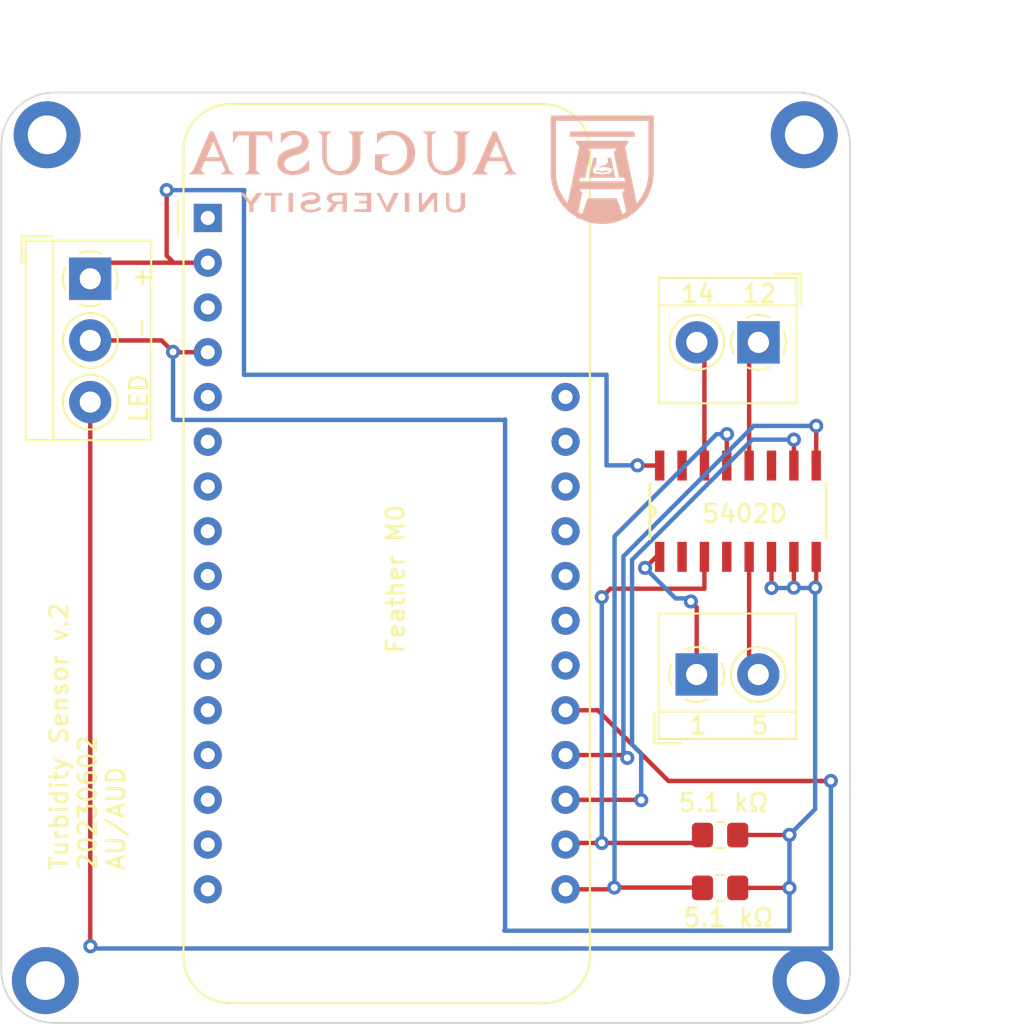
<source format=kicad_pcb>
(kicad_pcb (version 20221018) (generator pcbnew)
  (title_block (title "Turbidity v2") (date "2023-06-01") (rev "2") (company "AU/AUD"))
  (layers (0 "F.Cu" signal) (31 "B.Cu" signal) (34 "B.Paste" user) (35 "F.Paste" user) (36 "B.SilkS" user "B.Silkscreen") (37 "F.SilkS" user "F.Silkscreen") (38 "B.Mask" user) (39 "F.Mask" user) (44 "Edge.Cuts" user))
  (net 0 "")
  (net 14 "/3.3V")
  (net 15 "/GND")
  (net 16 "Net-(A1-D5)")
  (net 17 "Net-(A1-D6)")
  (net 18 "/SDA")
  (net 26 "Net-(J1-Pin_1)")
  (net 27 "Net-(J1-Pin_2)")
  (net 28 "Net-(J2-Pin_1)")
  (net 29 "Net-(J2-Pin_2)")
  (net 34 "/SCL")
  (net 35 "/LED")
  (footprint "TerminalBlock_4Ucon:TerminalBlock_4Ucon_1x02_P3.50mm_Horizontal" (layer "F.Cu") (at 164.1 77.08 180)
    (fp_text reference "J2" hide)
    (fp_text value "Screw_Terminal_01x02" hide)
  )
  (footprint "Resistor_SMD:R_0805_2012Metric_Pad1.20x1.40mm_HandSolder" (layer "F.Cu") (at 161.92 105.04)
    (fp_text reference "R1" hide)
    (fp_text value "5.1 kΩ" hide)
  )
  (footprint "MountingHole:MountingHole_2.2mm_M2_DIN965_Pad" (layer "F.Cu") (at 166.7 65.3)
    (fp_text reference "REF**" hide)
    (fp_text value "MountingHole_2.2mm_M2_DIN965_Pad" hide)
  )
  (footprint "MountingHole:MountingHole_2.2mm_M2_DIN965_Pad" (layer "F.Cu") (at 166.8 113.3)
    (fp_text reference "REF**" hide)
    (fp_text value "MountingHole_2.2mm_M2_DIN965_Pad" hide)
  )
  (footprint "TerminalBlock_4Ucon:TerminalBlock_4Ucon_1x02_P3.50mm_Horizontal" (layer "F.Cu") (at 160.59 95.93)
    (fp_text reference "J1" hide)
    (fp_text value "Screw_Terminal_01x02" hide)
  )
  (footprint "TerminalBlock_4Ucon:TerminalBlock_4Ucon_1x03_P3.50mm_Horizontal" (layer "F.Cu") (at 126.15 73.47 -90)
    (fp_text reference "J3" hide)
    (fp_text value "Screw_Terminal_01x03" hide)
  )
  (footprint "MountingHole:MountingHole_2.2mm_M2_DIN965_Pad" (layer "F.Cu") (at 123.6 113.3)
    (fp_text reference "REF**" hide)
    (fp_text value "MountingHole_2.2mm_M2_DIN965_Pad" hide)
  )
  (footprint "Module:Adafruit_Feather" (layer "F.Cu") (at 132.825 70.02)
    (fp_text reference "A1" hide)
    (fp_text value "Adafruit_Feather_M0_Basic_Proto" hide)
  )
  (footprint "Resistor_SMD:R_0805_2012Metric_Pad1.20x1.40mm_HandSolder" (layer "F.Cu") (at 161.92 108.04)
    (fp_text reference "R2" hide)
    (fp_text value "5.1 kΩ" hide)
  )
  (footprint "MountingHole:MountingHole_2.2mm_M2_DIN965_Pad" (layer "F.Cu") (at 123.7 65.3)
    (fp_text reference "REF**" hide)
    (fp_text value "MountingHole_2.2mm_M2_DIN965_Pad" hide)
  )
  (footprint "Project:74HC4052D" (layer "F.Cu") (at 162.935 86.6608 90)
    (fp_text reference "U1" hide)
    (fp_text value "74HC4052D" hide)
  )
  (gr_poly (pts (xy 131.987765 67.3247) (xy 131.744084 67.537425) (xy 131.744084 67.547744) (xy 132.685472 67.547744) (xy 132.685472 67.537425) (xy 132.441789 67.3247) (xy 132.657691 66.798443) (xy 133.595108 66.798443) (xy 133.811008 67.3247) (xy 133.567327 67.537425) (xy 133.567327 67.547744) (xy 134.306308 67.547744) (xy 134.306308 67.537425) (xy 134.068182 67.3247) (xy 133.757517 66.5754) (xy 133.50462 66.5754) (xy 132.758495 66.5754) (xy 133.138702 65.6864) (xy 133.50462 66.5754) (xy 133.757517 66.5754) (xy 133.149022 65.107756) (xy 132.943441 65.107756)) (fill solid) (layer "B.SilkS"))
  (gr_poly (pts (xy 154.482639 67.735069) (xy 155.967745 67.735069) (xy 155.738351 66.610325) (xy 155.531977 66.610325) (xy 155.531616 66.610321) (xy 155.531256 66.61033) (xy 155.530898 66.61035) (xy 155.530543 66.610381) (xy 155.529838 66.610477) (xy 155.529145 66.610618) (xy 155.528464 66.610801) (xy 155.527799 66.611027) (xy 155.52715 66.611294) (xy 155.52652 66.611601) (xy 155.52591 66.611947) (xy 155.525323 66.612331) (xy 155.52476 66.612752) (xy 155.524224 66.613209) (xy 155.523715 66.613701) (xy 155.523237 66.614227) (xy 155.52301 66.614503) (xy 155.522791 66.614786) (xy 155.522581 66.615078) (xy 155.522379 66.615377) (xy 155.522006 66.615994) (xy 155.521676 66.616629) (xy 155.521389 66.617279) (xy 155.521146 66.617944) (xy 155.520946 66.618619) (xy 155.52079 66.619305) (xy 155.520677 66.619997) (xy 155.520608 66.620695) (xy 155.520584 66.621395) (xy 155.520604 66.622096) (xy 155.520667 66.622796) (xy 155.520776 66.623493) (xy 155.520929 66.624183) (xy 155.521127 66.624866) (xy 155.52137 66.625539) (xy 155.521658 66.6262) (xy 155.525316 66.634424) (xy 155.528727 66.642748) (xy 155.531888 66.651165) (xy 155.534797 66.659671) (xy 155.537453 66.668259) (xy 155.539854 66.676923) (xy 155.541997 66.685658) (xy 155.543882 66.694459) (xy 155.545193 66.701932) (xy 155.546328 66.70943) (xy 155.547287 66.716952) (xy 155.548071 66.724492) (xy 155.548678 66.732049) (xy 155.549109 66.739619) (xy 155.549362 66.7472) (xy 155.549439 66.754787) (xy 155.549065 66.768073) (xy 155.548096 66.781217) (xy 155.546544 66.794204) (xy 155.544421 66.807021) (xy 155.541741 66.819654) (xy 155.538514 66.832087) (xy 155.534754 66.844308) (xy 155.530473 66.856301) (xy 155.525683 66.868052) (xy 155.520396 66.879548) (xy 155.514625 66.890774) (xy 155.508382 66.901715) (xy 155.501679 66.912358) (xy 155.494529 66.922689) (xy 155.486944 66.932692) (xy 155.478936 66.942354) (xy 155.470518 66.951661) (xy 155.461702 66.960598) (xy 155.4525 66.969152) (xy 155.442925 66.977307) (xy 155.432988 66.985051) (xy 155.422703 66.992367) (xy 155.412081 66.999244) (xy 155.401135 67.005665) (xy 155.389878 67.011617) (xy 155.37832 67.017085) (xy 155.366476 67.022056) (xy 155.354357 67.026516) (xy 155.341975 67.030449) (xy 155.329342 67.033842) (xy 155.316472 67.03668) (xy 155.303376 67.03895) (xy 155.282393 67.04379) (xy 155.262581 67.048629) (xy 155.243908 67.053457) (xy 155.226339 67.058265) (xy 155.209843 67.063042) (xy 155.194385 67.067778) (xy 155.179934 67.072463) (xy 155.166455 67.077087) (xy 155.153915 67.08164) (xy 155.142282 67.086113) (xy 155.131522 67.090494) (xy 155.121602 67.094774) (xy 155.112488 67.098944) (xy 155.104149 67.102992) (xy 155.096551 67.106909) (xy 155.089659 67.110685) (xy 155.083443 67.11431) (xy 155.077867 67.117774) (xy 155.0729 67.121066) (xy 155.068507 67.124177) (xy 155.064657 67.127097) (xy 155.061315 67.129816) (xy 155.058448 67.132323) (xy 155.056024 67.134609) (xy 155.05401 67.136664) (xy 155.052371 67.138477) (xy 155.05009 67.141339) (xy 155.048583 67.143725) (xy 155.13205 67.139394) (xy 155.209336 67.137021) (xy 155.280622 67.136462) (xy 155.34609 67.137573) (xy 155.405921 67.14021) (xy 155.460297 67.144227) (xy 155.509399 67.149482) (xy 155.553408 67.15583) (xy 155.592505 67.163126) (xy 155.626873 67.171227) (xy 155.656692 67.179989) (xy 155.669953 67.184572) (xy 155.682144 67.189266) (xy 155.693289 67.194054) (xy 155.70341 67.198916) (xy 155.71253 67.203835) (xy 155.720672 67.208794) (xy 155.727858 67.213773) (xy 155.73411 67.218755) (xy 155.739453 67.223722) (xy 155.743908 67.228656) (xy 155.744722 67.230278) (xy 155.745488 67.23192) (xy 155.746207 67.233581) (xy 155.746877 67.235261) (xy 155.747498 67.236957) (xy 155.748071 67.23867) (xy 155.748595 67.240397) (xy 155.749069 67.242138) (xy 155.749493 67.243892) (xy 155.749868 67.245657) (xy 155.750192 67.247434) (xy 155.750466 67.249219) (xy 155.750689 67.251014) (xy 155.750861 67.252816) (xy 155.750982 67.254624) (xy 155.751052 67.256437) (xy 155.751052 67.403281) (xy 155.75036 67.410454) (xy 155.748307 67.41753) (xy 155.744928 67.4245) (xy 155.740258 67.431356) (xy 155.727182 67.444691) (xy 155.709355 67.457467) (xy 155.687053 67.469616) (xy 155.660555 67.481067) (xy 155.630135 67.491754) (xy 155.596072 67.501607) (xy 155.558641 67.510558) (xy 155.51812 67.518538) (xy 155.474785 67.525479) (xy 155.428913 67.531311) (xy 155.380781 67.535967) (xy 155.330665 67.539377) (xy 155.278842 67.541474) (xy 155.225589 67.542188) (xy 155.172336 67.5415) (xy 155.120513 67.539475) (xy 155.070397 67.536171) (xy 155.022265 67.531646) (xy 154.976393 67.525958) (xy 154.933058 67.519166) (xy 154.892537 67.511327) (xy 154.855106 67.5025) (xy 154.821043 67.492743) (xy 154.80536 67.487534) (xy 154.790623 67.482114) (xy 154.776867 67.47649) (xy 154.764125 67.470671) (xy 154.752432 67.464662) (xy 154.741823 67.458472) (xy 154.732333 67.452107) (xy 154.723996 67.445575) (xy 154.716847 67.438884) (xy 154.71092 67.432039) (xy 154.70625 67.42505) (xy 154.702871 67.417922) (xy 154.700818 67.410663) (xy 154.700127 67.403281) (xy 154.700127 67.255644) (xy 154.700214 67.252388) (xy 154.700466 67.249156) (xy 154.700881 67.245954) (xy 154.701457 67.242787) (xy 154.70219 67.239661) (xy 154.703078 67.236582) (xy 154.704119 67.233555) (xy 154.70531 67.230587) (xy 154.706649 67.227682) (xy 154.708133 67.224848) (xy 154.70976 67.222089) (xy 154.711527 67.219412) (xy 154.713432 67.216821) (xy 154.715472 67.214323) (xy 154.717644 67.211924) (xy 154.719947 67.209629) (xy 154.740969 67.188237) (xy 154.760792 67.165911) (xy 154.779393 67.142703) (xy 154.796752 67.118665) (xy 154.812846 67.093847) (xy 154.827653 67.068301) (xy 154.841151 67.042079) (xy 154.85332 67.015233) (xy 154.864136 66.987813) (xy 154.873578 66.959872) (xy 154.881624 66.931461) (xy 154.888252 66.902631) (xy 154.893441 66.873434) (xy 154.897168 66.843921) (xy 154.899413 66.814145) (xy 154.900152 66.784156) (xy 154.900493 66.77763) (xy 154.901392 66.767661) (xy 154.90412 66.741492) (xy 154.906849 66.713835) (xy 154.907748 66.702006) (xy 154.908089 66.692875) (xy 154.909974 66.684073) (xy 154.912117 66.675337) (xy 154.914518 66.666672) (xy 154.917174 66.658084) (xy 154.920083 66.649578) (xy 154.923244 66.64116) (xy 154.926655 66.632837) (xy 154.930314 66.624612) (xy 154.930602 66.623951) (xy 154.930845 66.623279) (xy 154.931043 66.622596) (xy 154.931196 66.621905) (xy 154.931304 66.621209) (xy 154.931368 66.620509) (xy 154.931388 66.619808) (xy 154.931363 66.619107) (xy 154.931295 66.61841) (xy 154.931182 66.617717) (xy 154.931026 66.617032) (xy 154.930826 66.616356) (xy 154.930582 66.615692) (xy 154.930296 66.615042) (xy 154.929966 66.614407) (xy 154.929593 66.61379) (xy 154.92918 66.613199) (xy 154.928734 66.61264) (xy 154.928256 66.612113) (xy 154.927748 66.611621) (xy 154.927212 66.611164) (xy 154.926649 66.610743) (xy 154.926062 66.610359) (xy 154.925452 66.610013) (xy 154.924822 66.609706) (xy 154.924173 66.60944) (xy 154.923508 66.609214) (xy 154.922827 66.609031) (xy 154.922134 66.60889) (xy 154.921429 66.608794) (xy 154.920716 66.608742) (xy 154.919995 66.608737) (xy 154.712033 66.608737)) (fill solid) (layer "B.SilkS"))
  (gr_poly (pts (xy 136.043828 68.750275) (xy 136.419272 68.750275) (xy 136.419272 69.68055) (xy 136.668509 69.68055) (xy 136.668509 68.750275) (xy 137.038395 68.750275) (xy 137.038395 68.591525) (xy 136.043828 68.591525)) (fill solid) (layer "B.SilkS"))
  (gr_poly (pts (xy 152.299827 67.431856) (xy 152.30147 67.531379) (xy 152.30646 67.630342) (xy 152.314753 67.728675) (xy 152.32631 67.826308) (xy 152.34109 67.923171) (xy 152.35905 68.019195) (xy 152.380151 68.11431) (xy 152.404351 68.208445) (xy 152.431608 68.301532) (xy 152.461883 68.3935) (xy 152.495133 68.484279) (xy 152.531317 68.573801) (xy 152.570395 68.661994) (xy 152.612325 68.748789) (xy 152.657067 68.834117) (xy 152.704578 68.917907) (xy 152.754819 69.00009) (xy 152.807747 69.080596) (xy 152.863323 69.159355) (xy 152.921504 69.236297) (xy 152.982249 69.311352) (xy 153.045518 69.384452) (xy 153.111269 69.455525) (xy 153.179462 69.524503) (xy 153.250054 69.591314) (xy 153.323006 69.655891) (xy 153.398275 69.718162) (xy 153.475821 69.778057) (xy 153.555603 69.835508) (xy 153.637579 69.890445) (xy 153.721709 69.942796) (xy 153.807951 69.992494) (xy 153.861927 70.021863) (xy 154.02388 70.100925) (xy 154.189255 70.169446) (xy 154.357563 70.227425) (xy 154.528315 70.274863) (xy 154.701022 70.311759) (xy 154.875195 70.338113) (xy 155.050346 70.353925) (xy 155.225986 70.359196) (xy 155.401626 70.353925) (xy 155.576777 70.338113) (xy 155.75095 70.311759) (xy 155.923657 70.274863) (xy 156.094409 70.227425) (xy 156.262717 70.169446) (xy 156.428092 70.100925) (xy 156.590045 70.021863) (xy 156.64402 69.992494) (xy 156.644092 69.992453) (xy 156.644164 69.992414) (xy 156.81453 69.890355) (xy 156.976282 69.777959) (xy 157.097123 69.681344) (xy 156.579726 69.681344) (xy 156.553446 69.697058) (xy 156.526992 69.712449) (xy 156.500364 69.727518) (xy 156.473562 69.742264) (xy 156.446587 69.756688) (xy 156.419438 69.77079) (xy 156.392116 69.784568) (xy 156.36462 69.798025) (xy 156.061408 68.903469) (xy 154.388183 68.903469) (xy 154.086558 69.798025) (xy 154.085764 69.798025) (xy 154.058082 69.784556) (xy 154.030598 69.77074) (xy 154.003313 69.756576) (xy 153.976226 69.742065) (xy 153.949338 69.727207) (xy 153.922648 69.712002) (xy 153.896157 69.696449) (xy 153.869864 69.68055) (xy 154.09132 68.597081) (xy 153.937333 68.392293) (xy 156.512258 68.392293) (xy 156.35827 68.597081) (xy 156.579726 69.681344) (xy 157.097123 69.681344) (xy 157.129091 69.655784) (xy 157.272628 69.52439) (xy 157.406563 69.384334) (xy 157.53057 69.236176) (xy 157.644317 69.080473) (xy 157.747477 68.917786) (xy 157.839721 68.748671) (xy 157.920719 68.573689) (xy 157.990143 68.393398) (xy 158.047665 68.208356) (xy 158.092955 68.019122) (xy 158.125684 67.826255) (xy 158.145524 67.630313) (xy 158.152145 67.431856) (xy 158.152145 64.504506) (xy 157.851314 64.504506) (xy 157.851314 67.431062) (xy 157.848639 67.551532) (xy 157.840469 67.671304) (xy 157.826869 67.790203) (xy 157.807906 67.908056) (xy 157.783646 68.024688) (xy 157.754156 68.139925) (xy 157.719501 68.253593) (xy 157.679749 68.365519) (xy 157.634964 68.475529) (xy 157.585214 68.583447) (xy 157.530565 68.689101) (xy 157.471083 68.792316) (xy 157.406835 68.892919) (xy 157.337885 68.990735) (xy 157.264302 69.085591) (xy 157.186151 69.177312) (xy 156.930252 67.943031) (xy 156.524164 67.943031) (xy 153.92622 67.943031) (xy 153.968289 67.736656) (xy 154.272295 67.736656) (xy 154.564395 66.300762) (xy 154.409614 66.0928) (xy 156.04077 66.0928) (xy 155.885195 66.299175) (xy 156.178089 67.736656) (xy 156.482095 67.736656) (xy 156.524164 67.943031) (xy 156.930252 67.943031) (xy 156.525751 65.991994) (xy 156.71387 65.742756) (xy 156.71387 65.640362) (xy 153.73572 65.640362) (xy 153.73572 65.742756) (xy 153.923839 65.991994) (xy 153.261086 69.178137) (xy 153.182934 69.086418) (xy 153.109349 68.991563) (xy 153.040398 68.893748) (xy 152.976148 68.793146) (xy 152.916664 68.689931) (xy 152.862013 68.584277) (xy 152.812262 68.476358) (xy 152.767476 68.366348) (xy 152.727721 68.25442) (xy 152.693065 68.14075) (xy 152.663573 68.02551) (xy 152.639311 67.908874) (xy 152.620346 67.791017) (xy 152.606744 67.672112) (xy 152.598572 67.552334) (xy 152.595895 67.431856) (xy 152.595895 64.504506) (xy 157.851314 64.504506) (xy 158.152145 64.504506) (xy 158.152145 64.203675) (xy 152.299827 64.203675)) (fill solid) (layer "B.SilkS"))
  (gr_poly (pts (xy 134.256305 65.759425) (xy 134.260271 65.760219) (xy 134.563485 65.331594) (xy 135.159591 65.331594) (xy 135.159591 67.3247) (xy 134.919876 67.537425) (xy 134.919876 67.547744) (xy 135.819197 67.547744) (xy 135.819197 67.537425) (xy 135.581073 67.3247) (xy 135.581073 65.3308) (xy 136.174005 65.3308) (xy 136.480391 65.759425) (xy 136.490709 65.759425) (xy 136.490709 65.107756) (xy 134.256305 65.107756)) (fill solid) (layer "B.SilkS"))
  (gr_poly (pts (xy 138.641387 68.558131) (xy 138.605251 68.560151) (xy 138.56928 68.563522) (xy 138.533511 68.568236) (xy 138.49798 68.574282) (xy 138.462725 68.58165) (xy 138.427782 68.59033) (xy 138.393189 68.600313) (xy 138.358983 68.611588) (xy 138.3252 68.624146) (xy 138.291877 68.637976) (xy 138.259052 68.653069) (xy 138.226762 68.669415) (xy 138.195043 68.687003) (xy 138.163933 68.705824) (xy 138.255216 68.836) (xy 138.281562 68.821042) (xy 138.308335 68.806984) (xy 138.335509 68.793831) (xy 138.363063 68.78159) (xy 138.390972 68.770268) (xy 138.419214 68.759871) (xy 138.447766 68.750405) (xy 138.476603 68.741878) (xy 138.505702 68.734295) (xy 138.535041 68.727663) (xy 138.564596 68.721989) (xy 138.594344 68.717278) (xy 138.624261 68.713538) (xy 138.654325 68.710775) (xy 138.684511 68.708996) (xy 138.714797 68.708206) (xy 138.736836 68.708442) (xy 138.759324 68.709237) (xy 138.782003 68.710723) (xy 138.804614 68.713031) (xy 138.8269 68.716292) (xy 138.848602 68.720638) (xy 138.869463 68.7262) (xy 138.889223 68.73311) (xy 138.907625 68.741499) (xy 138.916237 68.746289) (xy 138.924412 68.751498) (xy 138.932118 68.757142) (xy 138.939323 68.763239) (xy 138.945996 68.769804) (xy 138.952103 68.776853) (xy 138.957612 68.784403) (xy 138.962492 68.792472) (xy 138.966709 68.801074) (xy 138.970232 68.810226) (xy 138.973028 68.819945) (xy 138.975065 68.830248) (xy 138.976311 68.84115) (xy 138.976734 68.852668) (xy 138.976123 68.864133) (xy 138.974322 68.874878) (xy 138.971379 68.88493) (xy 138.96734 68.894316) (xy 138.962254 68.903059) (xy 138.956166 68.911186) (xy 138.949124 68.918722) (xy 138.941176 68.925694) (xy 138.932369 68.932125) (xy 138.922749 68.938043) (xy 138.912365 68.943473) (xy 138.901264 68.948439) (xy 138.889492 68.952969) (xy 138.877097 68.957087) (xy 138.864126 68.960819) (xy 138.850626 68.96419) (xy 138.82223 68.969954) (xy 138.792287 68.974584) (xy 138.761174 68.978283) (xy 138.729269 68.981256) (xy 138.60129 68.989987) (xy 138.559613 68.993313) (xy 138.516791 68.997804) (xy 138.473353 69.003713) (xy 138.429828 69.011294) (xy 138.386745 69.020801) (xy 138.344632 69.032487) (xy 138.304019 69.046605) (xy 138.265435 69.063409) (xy 138.22941 69.083152) (xy 138.212521 69.094205) (xy 138.196471 69.106088) (xy 138.181324 69.118833) (xy 138.167148 69.132471) (xy 138.154008 69.147034) (xy 138.14197 69.162553) (xy 138.131101 69.179061) (xy 138.121467 69.196589) (xy 138.113133 69.215168) (xy 138.106166 69.234831) (xy 138.100633 69.255609) (xy 138.096598 69.277533) (xy 138.094129 69.300636) (xy 138.093291 69.32495) (xy 138.094189 69.352035) (xy 138.096838 69.377942) (xy 138.10117 69.40269) (xy 138.107118 69.426301) (xy 138.114614 69.448797) (xy 138.123591 69.470196) (xy 138.133981 69.490522) (xy 138.145716 69.509794) (xy 138.158729 69.528034) (xy 138.172952 69.545262) (xy 138.188318 69.561499) (xy 138.204759 69.576767) (xy 138.222207 69.591086) (xy 138.240596 69.604477) (xy 138.259856 69.616961) (xy 138.279922 69.628559) (xy 138.300724 69.639292) (xy 138.322196 69.649181) (xy 138.34427 69.658247) (xy 138.366879 69.66651) (xy 138.389954 69.673992) (xy 138.413429 69.680714) (xy 138.461306 69.69196) (xy 138.509968 69.700415) (xy 138.558876 69.706247) (xy 138.607488 69.709624) (xy 138.655265 69.710712) (xy 138.696787 69.710632) (xy 138.73814 69.70881) (xy 138.779271 69.705265) (xy 138.820129 69.700011) (xy 138.860663 69.693067) (xy 138.900821 69.684449) (xy 138.940552 69.674174) (xy 138.979805 69.662259) (xy 139.018527 69.648719) (xy 139.056668 69.633573) (xy 139.094176 69.616837) (xy 139.130999 69.598528) (xy 139.167087 69.578662) (xy 139.202388 69.557256) (xy 139.23685 69.534328) (xy 139.270422 69.509894) (xy 139.164853 69.3821) (xy 139.137819 69.403257) (xy 139.10999 69.423161) (xy 139.081409 69.441798) (xy 139.052121 69.45915) (xy 139.02217 69.475203) (xy 138.9916 69.48994) (xy 138.960455 69.503346) (xy 138.928781 69.515405) (xy 138.896621 69.526101) (xy 138.864019 69.535419) (xy 138.83102 69.543341) (xy 138.797668 69.549854) (xy 138.764007 69.554941) (xy 138.730082 69.558586) (xy 138.695937 69.560773) (xy 138.661616 69.561488) (xy 138.627335 69.561044) (xy 138.594237 69.559652) (xy 138.562465 69.557218) (xy 138.532161 69.553649) (xy 138.503465 69.548853) (xy 138.476521 69.542735) (xy 138.451469 69.535204) (xy 138.428452 69.526165) (xy 138.407612 69.515527) (xy 138.398053 69.509579) (xy 138.389091 69.503196) (xy 138.380744 69.496367) (xy 138.373029 69.489079) (xy 138.365966 69.481322) (xy 138.35957 69.473083) (xy 138.353861 69.464352) (xy 138.348855 69.455116) (xy 138.344571 69.445363) (xy 138.341026 69.435083) (xy 138.338238 69.424263) (xy 138.336224 69.412892) (xy 138.335003 69.400958) (xy 138.334592 69.38845) (xy 138.335093 69.376044) (xy 138.336575 69.364407) (xy 138.339003 69.353514) (xy 138.342345 69.343338) (xy 138.346566 69.333853) (xy 138.351633 69.325033) (xy 138.357513 69.316853) (xy 138.364172 69.309286) (xy 138.371575 69.302306) (xy 138.379691 69.295887) (xy 138.388485 69.290003) (xy 138.397923 69.284628) (xy 138.407972 69.279737) (xy 138.418599 69.275302) (xy 138.42977 69.271299) (xy 138.44145 69.267701) (xy 138.453608 69.264481) (xy 138.466209 69.261615) (xy 138.479219 69.259076) (xy 138.492605 69.256838) (xy 138.520372 69.25316) (xy 138.549239 69.250375) (xy 138.578939 69.248272) (xy 138.609203 69.246646) (xy 138.670348 69.243987) (xy 138.71349 69.241396) (xy 138.758273 69.237358) (xy 138.804086 69.231674) (xy 138.850318 69.224143) (xy 138.89636 69.214567) (xy 138.941601 69.202743) (xy 138.98543 69.188474) (xy 139.027237 69.171558) (xy 139.066412 69.151795) (xy 139.084822 69.140784) (xy 139.102344 69.128986) (xy 139.118903 69.116377) (xy 139.134423 69.102931) (xy 139.148827 69.088624) (xy 139.162038 69.07343) (xy 139.173981 69.057325) (xy 139.184579 69.040283) (xy 139.193756 69.022279) (xy 139.201436 69.003289) (xy 139.207541 68.983287) (xy 139.211997 68.962249) (xy 139.214726 68.940149) (xy 139.215653 68.916962) (xy 139.214881 68.892049) (xy 139.212601 68.868197) (xy 139.208867 68.845389) (xy 139.203735 68.823607) (xy 139.197258 68.802832) (xy 139.189492 68.783048) (xy 139.180491 68.764237) (xy 139.17031 68.74638) (xy 139.159004 68.729461) (xy 139.146626 68.713461) (xy 139.133233 68.698363) (xy 139.118877 68.684149) (xy 139.103615 68.670801) (xy 139.087501 68.658301) (xy 139.070589 68.646632) (xy 139.052934 68.635776) (xy 139.034591 68.625716) (xy 139.015614 68.616433) (xy 138.996058 68.60791) (xy 138.975977 68.600129) (xy 138.955427 68.593072) (xy 138.934462 68.586722) (xy 138.913136 68.581061) (xy 138.891505 68.576072) (xy 138.847543 68.568034) (xy 138.803014 68.562469) (xy 138.758355 68.559234) (xy 138.714003 68.558187) (xy 138.677649 68.557473)) (fill solid) (layer "B.SilkS"))
  (gr_poly (pts (xy 144.017046 69.68055) (xy 144.268664 69.68055) (xy 144.268664 68.5947) (xy 144.017046 68.5947)) (fill solid) (layer "B.SilkS"))
  (gr_poly (pts (xy 146.771357 65.118075) (xy 147.004721 65.3308) (xy 147.004721 66.512694) (xy 147.003888 66.564008) (xy 147.001404 66.613769) (xy 146.997295 66.661972) (xy 146.991583 66.70861) (xy 146.984294 66.753681) (xy 146.975451 66.797177) (xy 146.965079 66.839096) (xy 146.953201 66.879431) (xy 146.939842 66.918178) (xy 146.925026 66.955331) (xy 146.908776 66.990887) (xy 146.891118 67.024839) (xy 146.872075 67.057183) (xy 146.851671 67.087915) (xy 146.829931 67.117028) (xy 146.806878 67.144519) (xy 146.782537 67.170381) (xy 146.756932 67.194611) (xy 146.730087 67.217204) (xy 146.702025 67.238153) (xy 146.672773 67.257455) (xy 146.642352 67.275105) (xy 146.610788 67.291097) (xy 146.578104 67.305427) (xy 146.544325 67.318089) (xy 146.509476 67.329079) (xy 146.473579 67.338392) (xy 146.436659 67.346023) (xy 146.39874 67.351966) (xy 146.359847 67.356218) (xy 146.320003 67.358772) (xy 146.279233 67.359625) (xy 146.240618 67.358838) (xy 146.202638 67.356475) (xy 146.165331 67.352531) (xy 146.128735 67.347001) (xy 146.09289 67.339881) (xy 146.057834 67.331167) (xy 146.023607 67.320854) (xy 145.990246 67.308937) (xy 145.957791 67.295412) (xy 145.926281 67.280274) (xy 145.895754 67.26352) (xy 145.866249 67.245144) (xy 145.837805 67.225142) (xy 145.810461 67.203509) (xy 145.784255 67.180241) (xy 145.759227 67.155334) (xy 145.735416 67.128782) (xy 145.712859 67.100582) (xy 145.691596 67.070729) (xy 145.671665 67.039218) (xy 145.653106 67.006045) (xy 145.635958 66.971206) (xy 145.620258 66.934695) (xy 145.606046 66.896509) (xy 145.593361 66.856643) (xy 145.582241 66.815092) (xy 145.572726 66.771852) (xy 145.564853 66.726918) (xy 145.558663 66.680286) (xy 145.554193 66.631951) (xy 145.551482 66.58191) (xy 145.55057 66.530156) (xy 145.55057 65.3308) (xy 145.794252 65.118075) (xy 145.794252 65.107756) (xy 145.048128 65.107756) (xy 145.048128 65.118075) (xy 145.293395 65.3308) (xy 145.293395 66.4992) (xy 145.294871 66.567327) (xy 145.299239 66.633157) (xy 145.306409 66.696697) (xy 145.316293 66.757958) (xy 145.328801 66.816947) (xy 145.343845 66.873673) (xy 145.361334 66.928146) (xy 145.381179 66.980374) (xy 145.403292 67.030366) (xy 145.427583 67.078131) (xy 145.453963 67.123677) (xy 145.482342 67.167015) (xy 145.512632 67.208152) (xy 145.544742 67.247097) (xy 145.578585 67.28386) (xy 145.61407 67.318449) (xy 145.651109 67.350873) (xy 145.689612 67.381141) (xy 145.72949 67.409261) (xy 145.770653 67.435243) (xy 145.813013 67.459096) (xy 145.85648 67.480828) (xy 145.900965 67.500448) (xy 145.946379 67.517966) (xy 145.992632 67.533389) (xy 146.039636 67.546727) (xy 146.135537 67.567183) (xy 146.233367 67.579404) (xy 146.332415 67.583462) (xy 146.435355 67.580004) (xy 146.538194 67.569373) (xy 146.640028 67.55119) (xy 146.739955 67.525072) (xy 146.788922 67.508919) (xy 146.837073 67.490639) (xy 146.884297 67.470184) (xy 146.93048 67.447508) (xy 146.975509 67.422562) (xy 147.019273 67.395299) (xy 147.061657 67.36567) (xy 147.10255 67.33363) (xy 147.141838 67.299128) (xy 147.179409 67.262119) (xy 147.215149 67.222554) (xy 147.248947 67.180386) (xy 147.280689 67.135567) (xy 147.310263 67.088049) (xy 147.337555 67.037785) (xy 147.362453 66.984727) (xy 147.384845 66.928827) (xy 147.404617 66.870038) (xy 147.421656 66.808312) (xy 147.43585 66.743601) (xy 147.447087 66.675857) (xy 147.455252 66.605034) (xy 147.460234 66.531083) (xy 147.46192 66.453956) (xy 147.46192 65.3308) (xy 147.705601 65.118075) (xy 147.705601 65.107756) (xy 146.771357 65.107756)) (fill solid) (layer "B.SilkS"))
  (gr_poly (pts (xy 141.180977 68.75345) (xy 141.853284 68.75345) (xy 141.853284 69.038406) (xy 141.429421 69.038406) (xy 141.429421 69.192393) (xy 141.853284 69.192393) (xy 141.853284 69.5218) (xy 141.138908 69.5218) (xy 141.138908 69.68055) (xy 142.104902 69.68055) (xy 142.104902 68.5947) (xy 141.180977 68.5947)) (fill solid) (layer "B.SilkS"))
  (gr_line (start 153.807158 69.992494) (end 153.860339 70.021863) (stroke (width 0.1)) (layer "B.SilkS"))
  (gr_poly (pts (xy 140.057526 68.595076) (xy 140.01725 68.596222) (xy 139.979704 68.598164) (xy 139.944737 68.600926) (xy 139.912197 68.604534) (xy 139.881934 68.609015) (xy 139.853797 68.614394) (xy 139.827634 68.620695) (xy 139.803294 68.627945) (xy 139.780626 68.63617) (xy 139.759478 68.645395) (xy 139.739701 68.655645) (xy 139.721142 68.666946) (xy 139.70365 68.679324) (xy 139.687075 68.692804) (xy 139.671264 68.707412) (xy 139.661575 68.718466) (xy 139.652475 68.729931) (xy 139.643973 68.741782) (xy 139.636077 68.753996) (xy 139.628796 68.766548) (xy 139.62214 68.779416) (xy 139.616118 68.792574) (xy 139.610737 68.805999) (xy 139.606008 68.819667) (xy 139.601939 68.833554) (xy 139.598539 68.847636) (xy 139.595818 68.861889) (xy 139.593783 68.87629) (xy 139.592444 68.890814) (xy 139.59181 68.905438) (xy 139.591889 68.920137) (xy 139.592726 68.932217) (xy 139.594157 68.944188) (xy 139.596171 68.956029) (xy 139.59876 68.967722) (xy 139.601914 68.979245) (xy 139.605625 68.990581) (xy 139.609882 69.001707) (xy 139.614676 69.012606) (xy 139.619999 69.023257) (xy 139.62584 69.03364) (xy 139.632191 69.043735) (xy 139.639043 69.053523) (xy 139.646385 69.062984) (xy 139.654209 69.072098) (xy 139.662505 69.080845) (xy 139.671264 69.089206) (xy 139.683924 69.099827) (xy 139.696967 69.109894) (xy 139.710374 69.119401) (xy 139.724127 69.128339) (xy 139.738208 69.136701) (xy 139.752597 69.144479) (xy 139.767277 69.151665) (xy 139.782229 69.158251) (xy 139.797433 69.16423) (xy 139.812872 69.169593) (xy 139.828527 69.174334) (xy 139.844379 69.178444) (xy 139.86041 69.181916) (xy 139.876601 69.184742) (xy 139.892934 69.186914) (xy 139.909389 69.188424) (xy 139.578395 69.68055) (xy 139.895896 69.68055) (xy 140.18244 69.226525) (xy 140.470571 69.226525) (xy 140.470571 69.68055) (xy 140.72219 69.68055) (xy 140.720129 68.74075) (xy 140.468191 68.74075) (xy 140.468191 69.082856) (xy 140.100683 69.082856) (xy 140.075903 69.08217) (xy 140.051938 69.080117) (xy 140.028895 69.076708) (xy 140.006885 69.071954) (xy 139.986013 69.065866) (xy 139.96639 69.058453) (xy 139.948122 69.049726) (xy 139.931318 69.039696) (xy 139.923498 69.034195) (xy 139.916085 69.028373) (xy 139.909093 69.02223) (xy 139.902533 69.015767) (xy 139.896421 69.008987) (xy 139.89077 69.00189) (xy 139.885592 68.994477) (xy 139.880902 68.98675) (xy 139.876713 68.978711) (xy 139.873039 68.97036) (xy 139.869893 68.961699) (xy 139.867289 68.952729) (xy 139.86524 68.943452) (xy 139.86376 68.933868) (xy 139.862862 68.92398) (xy 139.862559 68.913787) (xy 139.862924 68.900162) (xy 139.864005 68.887253) (xy 139.865784 68.875041) (xy 139.868244 68.863508) (xy 139.871366 68.852636) (xy 139.875132 68.842406) (xy 139.879524 68.832798) (xy 139.884524 68.823796) (xy 139.890113 68.815379) (xy 139.896273 68.80753) (xy 139.902987 68.80023) (xy 139.910235 68.79346) (xy 139.918001 68.787201) (xy 139.926265 68.781436) (xy 139.935009 68.776145) (xy 139.944216 68.771309) (xy 139.953867 68.766911) (xy 139.963944 68.762931) (xy 139.974429 68.759352) (xy 139.985304 68.756154) (xy 139.99655 68.753318) (xy 140.008149 68.750827) (xy 140.020083 68.748661) (xy 140.032335 68.746802) (xy 140.057716 68.743931) (xy 140.084147 68.742064) (xy 140.111483 68.741054) (xy 140.139578 68.74075) (xy 140.468191 68.74075) (xy 140.720129 68.74075) (xy 140.719809 68.5947) (xy 140.100683 68.5947)) (fill solid) (layer "B.SilkS"))
  (gr_poly (pts (xy 143.215228 65.071655) (xy 143.161998 65.074019) (xy 143.10887 65.077539) (xy 143.055861 65.082209) (xy 143.002992 65.088028) (xy 142.95028 65.094992) (xy 142.897744 65.103097) (xy 142.845403 65.112339) (xy 142.793274 65.122716) (xy 142.741377 65.134223) (xy 142.689731 65.146858) (xy 142.638352 65.160617) (xy 142.587261 65.175495) (xy 142.536476 65.191491) (xy 142.486015 65.2086) (xy 142.435897 65.226819) (xy 142.435896 65.226819) (xy 142.435896 65.782444) (xy 142.446215 65.782444) (xy 142.502664 65.710949) (xy 142.558325 65.646553) (xy 142.61323 65.588912) (xy 142.667411 65.537683) (xy 142.720899 65.492524) (xy 142.773726 65.453092) (xy 142.825922 65.419042) (xy 142.877519 65.390033) (xy 142.928549 65.365722) (xy 142.979043 65.345765) (xy 143.029033 65.329819) (xy 143.078549 65.317542) (xy 143.127623 65.30859) (xy 143.176287 65.30262) (xy 143.224572 65.29929) (xy 143.272509 65.298256) (xy 143.321036 65.299474) (xy 143.368516 65.303096) (xy 143.414918 65.309076) (xy 143.460208 65.317367) (xy 143.504355 65.327922) (xy 143.547326 65.340695) (xy 143.589088 65.355639) (xy 143.62961 65.372707) (xy 143.668858 65.391854) (xy 143.706801 65.413031) (xy 143.743406 65.436193) (xy 143.778641 65.461293) (xy 143.812473 65.488284) (xy 143.844869 65.517119) (xy 143.875798 65.547752) (xy 143.905227 65.580137) (xy 143.933123 65.614226) (xy 143.959455 65.649972) (xy 143.984189 65.687331) (xy 144.007294 65.726253) (xy 144.028736 65.766694) (xy 144.048484 65.808606) (xy 144.066505 65.851942) (xy 144.082767 65.896657) (xy 144.097236 65.942703) (xy 144.109882 65.990033) (xy 144.120671 66.038602) (xy 144.129571 66.088361) (xy 144.13655 66.139266) (xy 144.141575 66.191268) (xy 144.144614 66.244322) (xy 144.145634 66.298381) (xy 144.145634 66.343625) (xy 144.14448 66.399619) (xy 144.141051 66.454465) (xy 144.135398 66.508122) (xy 144.127572 66.560548) (xy 144.117623 66.611702) (xy 144.105602 66.661543) (xy 144.09156 66.710029) (xy 144.075548 66.757119) (xy 144.057617 66.802772) (xy 144.037816 66.846947) (xy 144.016197 66.889602) (xy 143.992811 66.930696) (xy 143.967708 66.970188) (xy 143.940939 67.008036) (xy 143.912554 67.0442) (xy 143.882605 67.078637) (xy 143.851142 67.111308) (xy 143.818216 67.142169) (xy 143.783878 67.171181) (xy 143.748178 67.198301) (xy 143.711167 67.223489) (xy 143.672895 67.246704) (xy 143.633414 67.267903) (xy 143.592775 67.287046) (xy 143.551027 67.304092) (xy 143.508222 67.318999) (xy 143.46441 67.331725) (xy 143.419643 67.342231) (xy 143.37397 67.350473) (xy 143.327443 67.356412) (xy 143.280112 67.360005) (xy 143.232028 67.361212) (xy 143.209328 67.361349) (xy 143.186662 67.360874) (xy 143.164042 67.35979) (xy 143.141479 67.358099) (xy 143.118985 67.355804) (xy 143.096574 67.352908) (xy 143.074256 67.349411) (xy 143.052044 67.345318) (xy 143.02995 67.34063) (xy 143.007986 67.33535) (xy 142.986164 67.329479) (xy 142.964495 67.323021) (xy 142.942993 67.315978) (xy 142.921669 67.308353) (xy 142.900535 67.300146) (xy 142.879603 67.291362) (xy 142.85833 67.281921) (xy 142.84836 67.27702) (xy 142.838825 67.27198) (xy 142.829719 67.266788) (xy 142.821035 67.26143) (xy 142.812765 67.255893) (xy 142.804903 67.250162) (xy 142.797443 67.244224) (xy 142.790377 67.238065) (xy 142.783698 67.231672) (xy 142.7774 67.225031) (xy 142.771475 67.218129) (xy 142.765918 67.210951) (xy 142.760721 67.203485) (xy 142.755877 67.195715) (xy 142.751379 67.18763) (xy 142.747222 67.179214) (xy 142.743397 67.170455) (xy 142.739898 67.161339) (xy 142.736718 67.151852) (xy 142.733851 67.14198) (xy 142.731289 67.13171) (xy 142.729026 67.121028) (xy 142.727054 67.109921) (xy 142.725368 67.098374) (xy 142.72396 67.086375) (xy 142.722823 67.073909) (xy 142.721336 67.047522) (xy 142.720853 67.019106) (xy 142.720853 66.634931) (xy 143.163765 66.415062) (xy 143.163765 66.404744) (xy 142.323978 66.404744) (xy 142.323978 67.261994) (xy 142.375349 67.298618) (xy 142.427971 67.333113) (xy 142.481776 67.365454) (xy 142.536696 67.395618) (xy 142.592664 67.423583) (xy 142.649614 67.449326) (xy 142.707476 67.472824) (xy 142.766185 67.494054) (xy 142.825672 67.512993) (xy 142.88587 67.529618) (xy 142.946713 67.543906) (xy 143.008131 67.555834) (xy 143.070059 67.56538) (xy 143.132428 67.572521) (xy 143.195171 67.577233) (xy 143.25822 67.579494) (xy 143.325552 67.57814) (xy 143.392197 67.574096) (xy 143.458061 67.567389) (xy 143.52305 67.558044) (xy 143.587066 67.546087) (xy 143.650016 67.531545) (xy 143.711804 67.514444) (xy 143.772336 67.49481) (xy 143.831514 67.47267) (xy 143.889246 67.448048) (xy 143.945435 67.420972) (xy 143.999985 67.391468) (xy 144.052803 67.359561) (xy 144.103793 67.325279) (xy 144.152859 67.288646) (xy 144.199907 67.24969) (xy 144.244841 67.208437) (xy 144.287565 67.164912) (xy 144.327986 67.119142) (xy 144.366007 67.071152) (xy 144.401533 67.02097) (xy 144.43447 66.968621) (xy 144.464722 66.914132) (xy 144.492193 66.857528) (xy 144.516789 66.798836) (xy 144.538415 66.738082) (xy 144.556974 66.675292) (xy 144.572373 66.610492) (xy 144.584515 66.543709) (xy 144.593306 66.474968) (xy 144.598651 66.404296) (xy 144.600453 66.331718) (xy 144.600453 66.300762) (xy 144.598631 66.230959) (xy 144.59323 66.16281) (xy 144.584353 66.096354) (xy 144.5721 66.031627) (xy 144.556572 65.968665) (xy 144.53787 65.907505) (xy 144.516096 65.848185) (xy 144.49135 65.790741) (xy 144.463733 65.735209) (xy 144.433346 65.681627) (xy 144.400291 65.630031) (xy 144.364668 65.580457) (xy 144.326578 65.532944) (xy 144.286122 65.487527) (xy 144.243402 65.444244) (xy 144.198518 65.40313) (xy 144.151572 65.364224) (xy 144.102663 65.327561) (xy 144.051895 65.293178) (xy 143.999366 65.261113) (xy 143.945179 65.231401) (xy 143.889434 65.20408) (xy 143.832233 65.179187) (xy 143.773676 65.156758) (xy 143.713865 65.13683) (xy 143.6529 65.119439) (xy 143.590882 65.104623) (xy 143.527913 65.092419) (xy 143.464094 65.082863) (xy 143.399524 65.075991) (xy 143.334307 65.071841) (xy 143.268542 65.07045)) (fill solid) (layer "B.SilkS"))
  (gr_poly (pts (xy 135.252458 69.092381) (xy 134.90559 68.5947) (xy 134.679372 68.5947) (xy 135.179433 69.24875) (xy 135.179433 69.68055) (xy 135.429466 69.68055) (xy 135.429466 69.24875) (xy 135.91762 68.5947) (xy 135.609646 68.5947)) (fill solid) (layer "B.SilkS"))
  (gr_line (start 156.642433 69.992494) (end 156.589251 70.021863) (stroke (width 0.1)) (layer "B.SilkS"))
  (gr_poly (pts (xy 140.803151 65.118075) (xy 141.036515 65.3308) (xy 141.036515 66.512694) (xy 141.035682 66.564008) (xy 141.033198 66.613769) (xy 141.029089 66.661972) (xy 141.023377 66.70861) (xy 141.016088 66.753681) (xy 141.007245 66.797177) (xy 140.996873 66.839096) (xy 140.984995 66.879431) (xy 140.971636 66.918178) (xy 140.95682 66.955331) (xy 140.94057 66.990887) (xy 140.922912 67.024839) (xy 140.903869 67.057183) (xy 140.883465 67.087915) (xy 140.861725 67.117028) (xy 140.838672 67.144519) (xy 140.814331 67.170381) (xy 140.788726 67.194611) (xy 140.761881 67.217204) (xy 140.733819 67.238153) (xy 140.704567 67.257455) (xy 140.674146 67.275105) (xy 140.642582 67.291097) (xy 140.609898 67.305427) (xy 140.576119 67.318089) (xy 140.54127 67.329079) (xy 140.505373 67.338392) (xy 140.468453 67.346023) (xy 140.430534 67.351966) (xy 140.391641 67.356218) (xy 140.351797 67.358772) (xy 140.311027 67.359625) (xy 140.272412 67.358838) (xy 140.234432 67.356475) (xy 140.197125 67.352531) (xy 140.160529 67.347001) (xy 140.124684 67.339881) (xy 140.089628 67.331167) (xy 140.055401 67.320854) (xy 140.02204 67.308937) (xy 139.989585 67.295412) (xy 139.958075 67.280274) (xy 139.927548 67.26352) (xy 139.898043 67.245144) (xy 139.869599 67.225142) (xy 139.842255 67.203509) (xy 139.816049 67.180241) (xy 139.791021 67.155334) (xy 139.76721 67.128782) (xy 139.744653 67.100582) (xy 139.72339 67.070729) (xy 139.703459 67.039218) (xy 139.6849 67.006045) (xy 139.667752 66.971206) (xy 139.652052 66.934695) (xy 139.63784 66.896509) (xy 139.625155 66.856643) (xy 139.614035 66.815092) (xy 139.60452 66.771852) (xy 139.596647 66.726918) (xy 139.590457 66.680286) (xy 139.585987 66.631951) (xy 139.583276 66.58191) (xy 139.582364 66.530156) (xy 139.582364 65.3308) (xy 139.826046 65.118075) (xy 139.826046 65.107756) (xy 139.079921 65.107756) (xy 139.079921 65.118075) (xy 139.325189 65.3308) (xy 139.325189 66.4992) (xy 139.326665 66.567327) (xy 139.331033 66.633157) (xy 139.338203 66.696697) (xy 139.348087 66.757958) (xy 139.360595 66.816947) (xy 139.375638 66.873673) (xy 139.393127 66.928146) (xy 139.412973 66.980374) (xy 139.435086 67.030366) (xy 139.459377 67.078131) (xy 139.485757 67.123677) (xy 139.514136 67.167015) (xy 139.544426 67.208152) (xy 139.576536 67.247097) (xy 139.610379 67.28386) (xy 139.645864 67.318449) (xy 139.682903 67.350873) (xy 139.721406 67.381141) (xy 139.761283 67.409261) (xy 139.802447 67.435243) (xy 139.844807 67.459096) (xy 139.888274 67.480828) (xy 139.932759 67.500448) (xy 139.978173 67.517966) (xy 140.024426 67.533389) (xy 140.071429 67.546727) (xy 140.16733 67.567183) (xy 140.265161 67.579404) (xy 140.364207 67.583462) (xy 140.467149 67.580004) (xy 140.569987 67.569373) (xy 140.671821 67.55119) (xy 140.771749 67.525072) (xy 140.820715 67.508919) (xy 140.868867 67.490639) (xy 140.916091 67.470184) (xy 140.962274 67.447508) (xy 141.007303 67.422562) (xy 141.051067 67.395299) (xy 141.093451 67.36567) (xy 141.134344 67.33363) (xy 141.173632 67.299128) (xy 141.211203 67.262119) (xy 141.246943 67.222554) (xy 141.280741 67.180386) (xy 141.312483 67.135567) (xy 141.342057 67.088049) (xy 141.369349 67.037785) (xy 141.394247 66.984727) (xy 141.416639 66.928827) (xy 141.436411 66.870038) (xy 141.45345 66.808312) (xy 141.467644 66.743601) (xy 141.478881 66.675857) (xy 141.487046 66.605034) (xy 141.492028 66.531083) (xy 141.493714 66.453956) (xy 141.493714 65.3308) (xy 141.737395 65.118075) (xy 141.737395 65.107756) (xy 140.803151 65.107756)) (fill solid) (layer "B.SilkS"))
  (gr_poly (pts (xy 142.976439 69.68055) (xy 143.140747 69.68055) (xy 143.682083 68.5947) (xy 143.393952 68.5947) (xy 142.997076 69.384481) (xy 142.614488 68.594699) (xy 142.404939 68.594699)) (fill solid) (layer "B.SilkS"))
  (gr_poly (pts (xy 147.187283 69.240018) (xy 147.186177 69.273461) (xy 147.182832 69.305825) (xy 147.1772 69.336961) (xy 147.173513 69.352022) (xy 147.169237 69.366721) (xy 147.164367 69.381038) (xy 147.158898 69.394955) (xy 147.152823 69.408453) (xy 147.146136 69.421514) (xy 147.138833 69.43412) (xy 147.130908 69.446251) (xy 147.122354 69.457889) (xy 147.113166 69.469015) (xy 147.103339 69.479612) (xy 147.092867 69.489659) (xy 147.081744 69.499139) (xy 147.069965 69.508033) (xy 147.057523 69.516323) (xy 147.044413 69.523989) (xy 147.03063 69.531013) (xy 147.016168 69.537377) (xy 147.001021 69.543062) (xy 146.985183 69.548049) (xy 146.96865 69.552321) (xy 146.951414 69.555857) (xy 146.933471 69.55864) (xy 146.914814 69.56065) (xy 146.895439 69.56187) (xy 146.87534 69.562281) (xy 146.852869 69.561877) (xy 146.83129 69.560675) (xy 146.810589 69.558692) (xy 146.790756 69.555945) (xy 146.771778 69.55245) (xy 146.753645 69.548222) (xy 146.736344 69.543279) (xy 146.719864 69.537638) (xy 146.704193 69.531314) (xy 146.68932 69.524323) (xy 146.675233 69.516683) (xy 146.66192 69.50841) (xy 146.649371 69.49952) (xy 146.637572 69.49003) (xy 146.626512 69.479955) (xy 146.616181 69.469313) (xy 146.606565 69.45812) (xy 146.597655 69.446392) (xy 146.589437 69.434146) (xy 146.581901 69.421398) (xy 146.575034 69.408165) (xy 146.568826 69.394463) (xy 146.563264 69.380308) (xy 146.558336 69.365717) (xy 146.554032 69.350706) (xy 146.55034 69.335292) (xy 146.544743 69.303319) (xy 146.541454 69.26993) (xy 146.540378 69.235256) (xy 146.540378 68.5947) (xy 146.359402 68.5947) (xy 146.359402 69.256687) (xy 146.358414 69.279475) (xy 146.358689 69.302158) (xy 146.360207 69.324688) (xy 146.36295 69.347018) (xy 146.366901 69.369101) (xy 146.372041 69.390889) (xy 146.378352 69.412335) (xy 146.385815 69.433392) (xy 146.394412 69.454011) (xy 146.404126 69.474146) (xy 146.414936 69.493749) (xy 146.426827 69.512772) (xy 146.439778 69.531169) (xy 146.453772 69.548891) (xy 146.46879 69.565892) (xy 146.484814 69.582124) (xy 146.506644 69.599644) (xy 146.529204 69.616015) (xy 146.552447 69.631224) (xy 146.576328 69.645253) (xy 146.600801 69.65809) (xy 146.62582 69.669719) (xy 146.65134 69.680124) (xy 146.677315 69.689292) (xy 146.703698 69.697206) (xy 146.730444 69.703853) (xy 146.757507 69.709217) (xy 146.784841 69.713282) (xy 146.812402 69.716036) (xy 146.840141 69.717461) (xy 146.868015 69.717544) (xy 146.895977 69.716269) (xy 146.92406 69.717723) (xy 146.952075 69.71788) (xy 146.979978 69.716751) (xy 147.007729 69.714349) (xy 147.035284 69.710687) (xy 147.062602 69.705778) (xy 147.089641 69.699634) (xy 147.116359 69.692268) (xy 147.142714 69.683692) (xy 147.168663 69.67392) (xy 147.194164 69.662963) (xy 147.219176 69.650834) (xy 147.243657 69.637546) (xy 147.267564 69.623112) (xy 147.290855 69.607545) (xy 147.313489 69.590856) (xy 147.33029 69.574519) (xy 147.345981 69.557317) (xy 147.360541 69.539307) (xy 147.37395 69.520544) (xy 147.386185 69.501087) (xy 147.397227 69.480992) (xy 147.407053 69.460316) (xy 147.415643 69.439116) (xy 147.422975 69.417449) (xy 147.429029 69.395371) (xy 147.433783 69.372941) (xy 147.437216 69.350214) (xy 147.439306 69.327248) (xy 147.440034 69.304099) (xy 147.439377 69.280824) (xy 147.437314 69.257481) (xy 147.437314 68.5947) (xy 147.187283 68.5947)) (fill solid) (layer "B.SilkS"))
  (gr_poly (pts (xy 137.692077 65.071476) (xy 137.64259 65.074379) (xy 137.593213 65.078362) (xy 137.543965 65.083422) (xy 137.494863 65.089555) (xy 137.445924 65.096757) (xy 137.397165 65.105026) (xy 137.348605 65.114356) (xy 137.300259 65.124745) (xy 137.252147 65.13619) (xy 137.204285 65.148686) (xy 137.156691 65.16223) (xy 137.109382 65.176819) (xy 137.062375 65.192449) (xy 137.015689 65.209117) (xy 136.969339 65.226819) (xy 136.969339 65.782444) (xy 136.97966 65.782444) (xy 137.019611 65.727038) (xy 137.060849 65.674584) (xy 137.103319 65.625166) (xy 137.146968 65.578872) (xy 137.191742 65.535786) (xy 137.237588 65.495996) (xy 137.284453 65.459587) (xy 137.332283 65.426645) (xy 137.381025 65.397257) (xy 137.430624 65.371507) (xy 137.481029 65.349484) (xy 137.506516 65.339896) (xy 137.532184 65.331271) (xy 137.558026 65.323621) (xy 137.584037 65.316956) (xy 137.610208 65.311287) (xy 137.636534 65.306625) (xy 137.663007 65.30298) (xy 137.689621 65.300363) (xy 137.71637 65.298785) (xy 137.743246 65.298256) (xy 137.773329 65.298821) (xy 137.802127 65.300485) (xy 137.829662 65.303203) (xy 137.855954 65.306932) (xy 137.881027 65.311625) (xy 137.9049 65.317239) (xy 137.927597 65.323728) (xy 137.949138 65.331048) (xy 137.969546 65.339154) (xy 137.988841 65.348001) (xy 138.007047 65.357545) (xy 138.024183 65.36774) (xy 138.040273 65.378543) (xy 138.055337 65.389907) (xy 138.069397 65.401789) (xy 138.082476 65.414144) (xy 138.094593 65.426926) (xy 138.105773 65.440092) (xy 138.116035 65.453596) (xy 138.125401 65.467393) (xy 138.141535 65.49569) (xy 138.154347 65.524624) (xy 138.16401 65.553837) (xy 138.170697 65.582971) (xy 138.174583 65.611667) (xy 138.17584 65.639569) (xy 138.17584 65.657031) (xy 138.175199 65.678914) (xy 138.173288 65.699932) (xy 138.170128 65.720116) (xy 138.165736 65.739493) (xy 138.160133 65.758093) (xy 138.153336 65.775944) (xy 138.145365 65.793076) (xy 138.136239 65.809518) (xy 138.125977 65.825298) (xy 138.114598 65.840445) (xy 138.102122 65.854989) (xy 138.088566 65.868958) (xy 138.073951 65.882381) (xy 138.058294 65.895287) (xy 138.041616 65.907704) (xy 138.023936 65.919663) (xy 138.005272 65.931192) (xy 137.985643 65.942319) (xy 137.965068 65.953074) (xy 137.943567 65.963485) (xy 137.897862 65.983394) (xy 137.848679 66.002275) (xy 137.79617 66.020361) (xy 137.740488 66.037884) (xy 137.681786 66.055074) (xy 137.620215 66.072162) (xy 137.521057 66.099925) (xy 137.427547 66.129771) (xy 137.339787 66.161906) (xy 137.257881 66.196533) (xy 137.181934 66.233858) (xy 137.112047 66.274085) (xy 137.048326 66.317419) (xy 136.990872 66.364064) (xy 136.964528 66.388692) (xy 136.93979 66.414225) (xy 136.916671 66.440688) (xy 136.895184 66.468107) (xy 136.875341 66.496507) (xy 136.857156 66.525915) (xy 136.840641 66.556354) (xy 136.82581 66.587852) (xy 136.812675 66.620433) (xy 136.801249 66.654124) (xy 136.791546 66.688949) (xy 136.783578 66.724935) (xy 136.777359 66.762107) (xy 136.7729 66.80049) (xy 136.770215 66.840111) (xy 136.769317 66.880994) (xy 136.769317 66.902425) (xy 136.770246 66.9363) (xy 136.773025 66.969878) (xy 136.777645 67.003108) (xy 136.784096 67.035938) (xy 136.792369 67.068317) (xy 136.802453 67.100195) (xy 136.814339 67.13152) (xy 136.828017 67.162242) (xy 136.843478 67.192309) (xy 136.860711 67.22167) (xy 136.879708 67.250275) (xy 136.900457 67.278072) (xy 136.922951 67.30501) (xy 136.947177 67.331039) (xy 136.973128 67.356107) (xy 137.000793 67.380163) (xy 137.030163 67.403157) (xy 137.061228 67.425037) (xy 137.093977 67.445752) (xy 137.128402 67.465251) (xy 137.164493 67.483483) (xy 137.202239 67.500398) (xy 137.241632 67.515944) (xy 137.282661 67.53007) (xy 137.325316 67.542726) (xy 137.369588 67.553859) (xy 137.415468 67.563419) (xy 137.462945 67.571356) (xy 137.51201 67.577618) (xy 137.562653 67.582154) (xy 137.614863 67.584913) (xy 137.668633 67.585844) (xy 137.723681 67.584362) (xy 137.780034 67.580053) (xy 137.83747 67.573124) (xy 137.895769 67.56378) (xy 137.95471 67.552226) (xy 138.014072 67.53867) (xy 138.073634 67.523315) (xy 138.133175 67.506369) (xy 138.25131 67.468525) (xy 138.366711 67.426784) (xy 138.47761 67.382791) (xy 138.58224 67.338194) (xy 138.58224 66.722244) (xy 138.57192 66.722244) (xy 138.518967 66.793077) (xy 138.46601 66.860513) (xy 138.412951 66.924388) (xy 138.359692 66.984541) (xy 138.306134 67.04081) (xy 138.252182 67.093035) (xy 138.197736 67.141053) (xy 138.1427 67.184702) (xy 138.086975 67.223822) (xy 138.030464 67.25825) (xy 137.97307 67.287824) (xy 137.944011 67.300741) (xy 137.914694 67.312384) (xy 137.885108 67.322733) (xy 137.85524 67.331768) (xy 137.825077 67.339468) (xy 137.794608 67.345813) (xy 137.763821 67.350784) (xy 137.732702 67.354359) (xy 137.701241 67.356519) (xy 137.669425 67.357244) (xy 137.639162 67.356748) (xy 137.60984 67.355278) (xy 137.581459 67.352858) (xy 137.554023 67.349515) (xy 137.527531 67.345274) (xy 137.501985 67.34016) (xy 137.477386 67.334199) (xy 137.453736 67.327416) (xy 137.431036 67.319836) (xy 137.409287 67.311486) (xy 137.388491 67.302389) (xy 137.368649 67.292573) (xy 137.349761 67.282062) (xy 137.331831 67.270882) (xy 137.314858 67.259057) (xy 137.298844 67.246615) (xy 137.283791 67.233579) (xy 137.269699 67.219976) (xy 137.25657 67.20583) (xy 137.244406 67.191168) (xy 137.233207 67.176015) (xy 137.222975 67.160396) (xy 137.213712 67.144337) (xy 137.205418 67.127862) (xy 137.198095 67.110998) (xy 137.191744 67.09377) (xy 137.186366 67.076204) (xy 137.181963 67.058324) (xy 137.178537 67.040156) (xy 137.176088 67.021726) (xy 137.174127 66.984181) (xy 137.174127 66.966718) (xy 137.174969 66.939127) (xy 137.177473 66.912588) (xy 137.181601 66.887071) (xy 137.187317 66.862546) (xy 137.194583 66.838983) (xy 137.203365 66.816349) (xy 137.213624 66.794615) (xy 137.225324 66.77375) (xy 137.238428 66.753724) (xy 137.252901 66.734505) (xy 137.268705 66.716063) (xy 137.285804 66.698367) (xy 137.30416 66.681387) (xy 137.323739 66.665092) (xy 137.344502 66.649452) (xy 137.366413 66.634435) (xy 137.389435 66.620011) (xy 137.413533 66.606149) (xy 137.438669 66.592819) (xy 137.464807 66.57999) (xy 137.519941 66.555712) (xy 137.578642 66.53307) (xy 137.640617 66.511819) (xy 137.705574 66.491713) (xy 137.773218 66.472507) (xy 137.843258 66.453956) (xy 137.928326 66.429767) (xy 138.008183 66.403023) (xy 138.082792 66.373697) (xy 138.152114 66.341764) (xy 138.21611 66.307199) (xy 138.274743 66.269977) (xy 138.327974 66.23007) (xy 138.375765 66.187454) (xy 138.397608 66.165123) (xy 138.418077 66.142104) (xy 138.437166 66.118395) (xy 138.454872 66.093993) (xy 138.471188 66.068895) (xy 138.486111 66.043097) (xy 138.499635 66.016596) (xy 138.511757 65.989389) (xy 138.52247 65.961473) (xy 138.53177 65.932844) (xy 138.539652 65.9035) (xy 138.546113 65.873436) (xy 138.551146 65.842651) (xy 138.554746 65.811141) (xy 138.55691 65.778902) (xy 138.557633 65.745931) (xy 138.557633 65.721325) (xy 138.556707 65.689426) (xy 138.553945 65.65776) (xy 138.549374 65.626377) (xy 138.543017 65.595329) (xy 138.534899 65.564668) (xy 138.525046 65.534443) (xy 138.513483 65.504707) (xy 138.500235 65.47551) (xy 138.485326 65.446904) (xy 138.468782 65.41894) (xy 138.450627 65.391669) (xy 138.430887 65.365142) (xy 138.409587 65.33941) (xy 138.386751 65.314525) (xy 138.362405 65.290537) (xy 138.336573 65.267498) (xy 138.309281 65.245459) (xy 138.280554 65.224471) (xy 138.250417 65.204586) (xy 138.218894 65.185854) (xy 138.18601 65.168326) (xy 138.151792 65.152054) (xy 138.116262 65.137089) (xy 138.079448 65.123482) (xy 138.041373 65.111285) (xy 138.002063 65.100547) (xy 137.961542 65.091321) (xy 137.919836 65.083658) (xy 137.876969 65.077609) (xy 137.832968 65.073225) (xy 137.787855 65.070557) (xy 137.741658 65.069656)) (fill solid) (layer "B.SilkS"))
  (gr_poly (pts (xy 148.053264 67.3247) (xy 147.808789 67.537425) (xy 147.808789 67.547744) (xy 148.750177 67.547744) (xy 148.750177 67.537425) (xy 148.506496 67.3247) (xy 148.722396 66.798443) (xy 149.65902 66.798443) (xy 149.874921 67.3247) (xy 149.632033 67.537425) (xy 149.632033 67.547744) (xy 150.373396 67.547744) (xy 150.373396 67.537425) (xy 150.13527 67.3247) (xy 149.824337 66.5754) (xy 149.57012 66.5754) (xy 148.823995 66.5754) (xy 149.204201 65.6864) (xy 149.57012 66.5754) (xy 149.824337 66.5754) (xy 149.215315 65.107756) (xy 149.009734 65.107756)) (fill solid) (layer "B.SilkS"))
  (gr_poly (pts (xy 155.094259 67.320606) (xy 155.067942 67.322319) (xy 155.042757 67.324292) (xy 155.018805 67.326535) (xy 154.996188 67.329058) (xy 154.975008 67.331868) (xy 154.955364 67.334977) (xy 154.937359 67.338392) (xy 154.921093 67.342124) (xy 154.906668 67.346181) (xy 154.900177 67.348334) (xy 154.894184 67.350573) (xy 154.888702 67.352897) (xy 154.883744 67.355309) (xy 154.879321 67.357809) (xy 154.875447 67.360399) (xy 154.872134 67.363079) (xy 154.869396 67.365851) (xy 154.867243 67.368716) (xy 154.865691 67.371675) (xy 154.86475 67.37473) (xy 154.864433 67.377881) (xy 154.864895 67.381062) (xy 154.866265 67.384201) (xy 154.87165 67.390341) (xy 154.880418 67.396269) (xy 154.8924 67.401954) (xy 154.90743 67.407365) (xy 154.925336 67.41247) (xy 154.945952 67.417237) (xy 154.969109 67.421637) (xy 154.994637 67.425636) (xy 155.022369 67.429204) (xy 155.083769 67.434919) (xy 155.151958 67.438533) (xy 155.225589 67.439794) (xy 155.263001 67.439403) (xy 155.29922 67.438273) (xy 155.33408 67.436461) (xy 155.36741 67.434026) (xy 155.399043 67.43103) (xy 155.428809 67.427529) (xy 155.456541 67.423585) (xy 155.48207 67.419255) (xy 155.505226 67.4146) (xy 155.525842 67.409679) (xy 155.543749 67.404551) (xy 155.558778 67.399275) (xy 155.565161 67.396601) (xy 155.570761 67.393911) (xy 155.575557 67.391214) (xy 155.579529 67.388518) (xy 155.582655 67.385829) (xy 155.584913 67.383155) (xy 155.586284 67.380503) (xy 155.586746 67.377881) (xy 155.586429 67.375291) (xy 155.585488 67.372731) (xy 155.581783 67.367707) (xy 155.575732 67.362825) (xy 155.567435 67.358099) (xy 155.556994 67.353546) (xy 155.544511 67.349181) (xy 155.530086 67.345017) (xy 155.51382 67.341071) (xy 155.495814 67.337357) (xy 155.476171 67.333891) (xy 155.432373 67.327763) (xy 155.383237 67.322807) (xy 155.32957 67.319144) (xy 155.325606 67.326322) (xy 155.321192 67.333149) (xy 155.316352 67.339608) (xy 155.31111 67.345686) (xy 155.30549 67.351367) (xy 155.299516 67.356637) (xy 155.293212 67.36148) (xy 155.286602 67.365882) (xy 155.27971 67.369828) (xy 155.272561 67.373304) (xy 155.265177 67.376293) (xy 155.257583 67.378783) (xy 155.249804 67.380756) (xy 155.241862 67.3822) (xy 155.233782 67.383099) (xy 155.225589 67.383437) (xy 155.22148 67.383339) (xy 155.217396 67.383099) (xy 155.21334 67.382718) (xy 155.209316 67.3822) (xy 155.205327 67.381545) (xy 155.201375 67.380756) (xy 155.197463 67.379835) (xy 155.193595 67.378783) (xy 155.189774 67.377601) (xy 155.186001 67.376293) (xy 155.182282 67.37486) (xy 155.178618 67.373304) (xy 155.175012 67.371626) (xy 155.171468 67.369828) (xy 155.167988 67.367913) (xy 155.164576 67.365882) (xy 155.161235 67.363737) (xy 155.157967 67.36148) (xy 155.154775 67.359113) (xy 155.151663 67.356637) (xy 155.148633 67.354054) (xy 155.145689 67.351367) (xy 155.142833 67.348577) (xy 155.140069 67.345686) (xy 155.137399 67.342696) (xy 155.134827 67.339608) (xy 155.132355 67.336425) (xy 155.129987 67.333149) (xy 155.127725 67.32978) (xy 155.125572 67.326322) (xy 155.123533 67.322776) (xy 155.121608 67.319144)) (fill solid) (layer "B.SilkS"))
  (gr_poly (pts (xy 153.351545 65.414144) (xy 157.098045 65.414144) (xy 157.034545 65.106962) (xy 153.415045 65.106962)) (fill solid) (layer "B.SilkS"))
  (gr_poly (pts (xy 137.410662 69.68055) (xy 137.662281 69.68055) (xy 137.662281 68.5947) (xy 137.410662 68.5947)) (fill solid) (layer "B.SilkS"))
  (gr_poly (pts (xy 144.992566 69.309075) (xy 144.992566 68.5947) (xy 144.81159 68.5947) (xy 144.81159 69.68055) (xy 145.026695 69.68055) (xy 145.672015 68.8868) (xy 145.672015 69.68055) (xy 145.85299 69.68055) (xy 145.85299 68.5947) (xy 145.572796 68.5947)) (fill solid) (layer "B.SilkS"))
  (gr_arc (start 169.3 112.7) (mid 168.42132 114.82132) (end 166.3 115.7) (stroke (width 0.1)) (layer "Edge.Cuts"))
  (gr_arc (start 124.1 115.7) (mid 121.97868 114.82132) (end 121.1 112.7) (stroke (width 0.1)) (layer "Edge.Cuts"))
  (gr_line (start 124.1 62.9) (end 166.3 62.9) (stroke (width 0.1)) (layer "Edge.Cuts"))
  (gr_arc (start 166.3 62.9) (mid 168.42132 63.77868) (end 169.3 65.9) (stroke (width 0.1)) (layer "Edge.Cuts"))
  (gr_line (start 121.1 112.7) (end 121.1 65.9) (stroke (width 0.1)) (layer "Edge.Cuts"))
  (gr_line (start 169.3 65.9) (end 169.3 112.7) (stroke (width 0.1)) (layer "Edge.Cuts"))
  (gr_line (start 166.3 115.7) (end 124.1 115.7) (stroke (width 0.1)) (layer "Edge.Cuts"))
  (gr_arc (start 121.1 65.9) (mid 121.97868 63.77868) (end 124.1 62.9) (stroke (width 0.1)) (layer "Edge.Cuts"))
  (gr_text "5402D" (at 160.81 87.39) (layer "F.SilkS") (effects (font (size 1 1)) (justify left bottom)))
  (gr_text "5.1 kΩ" (at 159.74 110.32) (layer "F.SilkS") (effects (font (size 1 1)) (justify left bottom)))
  (gr_text "Turbidity Sensor v.2\n20230602\nAU/AUD" (at 128.19 107.12 90) (layer "F.SilkS") (effects (font (size 1 1)) (justify left bottom)))
  (gr_text "1" (at 160.1 99.4) (layer "F.SilkS") (effects (font (size 1 1)) (justify left bottom)))
  (gr_text "14" (at 159.6 74.9) (layer "F.SilkS") (effects (font (size 1 1)) (justify left bottom)))
  (gr_text "LED" (at 129.5 81.7 90) (layer "F.SilkS") (effects (font (size 1 1)) (justify left bottom)))
  (gr_text "-" (at 129.61 76.97 90) (layer "F.SilkS") (effects (font (size 1 1)) (justify left bottom)))
  (gr_text "+" (at 128.4 73.9) (layer "F.SilkS") (effects (font (size 1 1)) (justify left bottom)))
  (gr_text "5.1 kΩ" (at 159.47 103.79) (layer "F.SilkS") (effects (font (size 1 1)) (justify left bottom)))
  (gr_text "Feather M0" (at 144.07 94.83 90) (layer "F.SilkS") (effects (font (size 1 1)) (justify left bottom)))
  (gr_text "5" (at 163.6 99.4) (layer "F.SilkS") (effects (font (size 1 1)) (justify left bottom)))
  (gr_text "12" (at 163.1 74.9) (layer "F.SilkS") (effects (font (size 1 1)) (justify left bottom)))
  (segment (start 130.89 72.56) (end 127.06 72.56) (width 0.25) (layer "F.Cu") (net 14))
  (segment (start 130.49 72.16) (end 130.89 72.56) (width 0.25) (layer "F.Cu") (net 14))
  (segment (start 157.24 84.07) (end 157.23 84.06) (width 0.25) (layer "F.Cu") (net 14))
  (segment (start 158.49 84.07) (end 157.24 84.07) (width 0.25) (layer "F.Cu") (net 14))
  (segment (start 127.06 72.56) (end 126.15 73.47) (width 0.25) (layer "F.Cu") (net 14))
  (segment (start 130.49 68.44) (end 130.49 72.16) (width 0.25) (layer "F.Cu") (net 14))
  (segment (start 132.825 72.56) (end 130.89 72.56) (width 0.25) (layer "F.Cu") (net 14))
  (via (at 130.49 68.44) (size 0.8) (drill 0.4) (layers "F.Cu" "B.Cu") (net 14))
  (via (at 157.23 84.06) (size 0.8) (drill 0.4) (layers "F.Cu" "B.Cu") (net 14))
  (segment (start 155.48 84.06) (end 155.47 84.05) (width 0.25) (layer "B.Cu") (net 14))
  (segment (start 155.47 84.05) (end 155.47 78.92) (width 0.25) (layer "B.Cu") (net 14))
  (segment (start 157.23 84.06) (end 155.48 84.06) (width 0.25) (layer "B.Cu") (net 14))
  (segment (start 134.89 78.92) (end 134.88 78.93) (width 0.25) (layer "B.Cu") (net 14))
  (segment (start 134.88 68.46) (end 134.9 68.44) (width 0.25) (layer "B.Cu") (net 14))
  (segment (start 134.88 78.93) (end 134.88 68.46) (width 0.25) (layer "B.Cu") (net 14))
  (segment (start 155.47 78.92) (end 134.89 78.92) (width 0.25) (layer "B.Cu") (net 14))
  (segment (start 134.9 68.44) (end 130.49 68.44) (width 0.25) (layer "B.Cu") (net 14))
  (segment (start 162.92 108.04) (end 165.86 108.04) (width 0.25) (layer "F.Cu") (net 15))
  (segment (start 165.85 105.04) (end 165.86 105.03) (width 0.25) (layer "F.Cu") (net 15))
  (segment (start 164.84 89.2516) (end 164.84 91.02) (width 0.25) (layer "F.Cu") (net 15))
  (segment (start 132.825 77.64) (end 130.87 77.64) (width 0.25) (layer "F.Cu") (net 15))
  (segment (start 167.38 90.94) (end 167.32 91) (width 0.25) (layer "F.Cu") (net 15))
  (segment (start 167.38 89.2516) (end 167.38 90.94) (width 0.25) (layer "F.Cu") (net 15))
  (segment (start 162.92 105.04) (end 165.85 105.04) (width 0.25) (layer "F.Cu") (net 15))
  (segment (start 166.11 89.2516) (end 166.11 91) (width 0.25) (layer "F.Cu") (net 15))
  (segment (start 130.2 76.97) (end 126.15 76.97) (width 0.25) (layer "F.Cu") (net 15))
  (segment (start 130.85 77.62) (end 130.2 76.97) (width 0.25) (layer "F.Cu") (net 15))
  (via (at 165.86 105.03) (size 0.8) (drill 0.4) (layers "F.Cu" "B.Cu") (net 15))
  (via (at 130.85 77.62) (size 0.8) (drill 0.4) (layers "F.Cu" "B.Cu") (net 15))
  (via (at 167.32 91) (size 0.8) (drill 0.4) (layers "F.Cu" "B.Cu") (net 15))
  (via (at 166.11 91) (size 0.8) (drill 0.4) (layers "F.Cu" "B.Cu") (net 15))
  (via (at 164.84 91.02) (size 0.8) (drill 0.4) (layers "F.Cu" "B.Cu") (net 15))
  (via (at 165.86 108.04) (size 0.8) (drill 0.4) (layers "F.Cu" "B.Cu") (net 15))
  (segment (start 165.86 108.04) (end 165.86 110.47) (width 0.25) (layer "B.Cu") (net 15))
  (segment (start 165.86 105.03) (end 165.86 108.04) (width 0.25) (layer "B.Cu") (net 15))
  (segment (start 130.85 81.44) (end 130.89 81.48) (width 0.25) (layer "B.Cu") (net 15))
  (segment (start 164.84 91.02) (end 167.3 91.02) (width 0.25) (layer "B.Cu") (net 15))
  (segment (start 167.3 91.02) (end 167.32 91) (width 0.25) (layer "B.Cu") (net 15))
  (segment (start 149.67 110.47) (end 165.86 110.47) (width 0.25) (layer "B.Cu") (net 15))
  (segment (start 149.69 81.48) (end 149.71 81.46) (width 0.25) (layer "B.Cu") (net 15))
  (segment (start 167.32 103.57) (end 165.86 105.03) (width 0.25) (layer "B.Cu") (net 15))
  (segment (start 149.71 110.43) (end 149.67 110.47) (width 0.25) (layer "B.Cu") (net 15))
  (segment (start 167.32 91) (end 167.32 103.57) (width 0.25) (layer "B.Cu") (net 15))
  (segment (start 130.89 81.48) (end 149.69 81.48) (width 0.25) (layer "B.Cu") (net 15))
  (segment (start 149.71 81.46) (end 149.71 110.43) (width 0.25) (layer "B.Cu") (net 15))
  (segment (start 130.85 77.62) (end 130.85 81.44) (width 0.25) (layer "B.Cu") (net 15))
  (segment (start 166.11 84.07) (end 166.11 82.6) (width 0.25) (layer "F.Cu") (net 16))
  (segment (start 157.42 103.04) (end 153.145 103.04) (width 0.25) (layer "F.Cu") (net 16))
  (segment (start 157.44 103.06) (end 157.42 103.04) (width 0.25) (layer "F.Cu") (net 16))
  (via (at 166.11 82.6) (size 0.8) (drill 0.4) (layers "F.Cu" "B.Cu") (net 16))
  (via (at 157.44 103.06) (size 0.8) (drill 0.4) (layers "F.Cu" "B.Cu") (net 16))
  (segment (start 156.92 99.904695) (end 157.44 100.424695) (width 0.25) (layer "B.Cu") (net 16))
  (segment (start 163.74 82.6) (end 156.92 89.42) (width 0.25) (layer "B.Cu") (net 16))
  (segment (start 157.44 100.424695) (end 157.44 103.06) (width 0.25) (layer "B.Cu") (net 16))
  (segment (start 166.11 82.6) (end 163.74 82.6) (width 0.25) (layer "B.Cu") (net 16))
  (segment (start 156.92 89.42) (end 156.92 99.904695) (width 0.25) (layer "B.Cu") (net 16))
  (segment (start 156.65 100.66) (end 156.49 100.5) (width 0.25) (layer "F.Cu") (net 17))
  (segment (start 167.38 84.07) (end 167.38 81.82) (width 0.25) (layer "F.Cu") (net 17))
  (segment (start 156.49 100.5) (end 153.145 100.5) (width 0.25) (layer "F.Cu") (net 17))
  (via (at 167.38 81.82) (size 0.8) (drill 0.4) (layers "F.Cu" "B.Cu") (net 17))
  (via (at 156.65 100.66) (size 0.8) (drill 0.4) (layers "F.Cu" "B.Cu") (net 17))
  (segment (start 163.83 81.82) (end 156.43 89.22) (width 0.25) (layer "B.Cu") (net 17))
  (segment (start 156.43 89.22) (end 156.43 100.44) (width 0.25) (layer "B.Cu") (net 17))
  (segment (start 167.38 81.82) (end 163.83 81.82) (width 0.25) (layer "B.Cu") (net 17))
  (segment (start 156.43 100.44) (end 156.65 100.66) (width 0.25) (layer "B.Cu") (net 17))
  (segment (start 155.81 108.12) (end 153.145 108.12) (width 0.25) (layer "F.Cu") (net 18))
  (segment (start 155.91 108.02) (end 155.81 108.12) (width 0.25) (layer "F.Cu") (net 18))
  (segment (start 160.9 108.02) (end 160.92 108.04) (width 0.25) (layer "F.Cu") (net 18))
  (segment (start 155.91 108.02) (end 160.9 108.02) (width 0.25) (layer "F.Cu") (net 18))
  (segment (start 162.3 84.07) (end 162.3 82.3) (width 0.25) (layer "F.Cu") (net 18))
  (segment (start 162.3 82.3) (end 162.31 82.29) (width 0.25) (layer "F.Cu") (net 18))
  (via (at 162.31 82.29) (size 0.8) (drill 0.4) (layers "F.Cu" "B.Cu") (net 18))
  (via (at 155.91 108.02) (size 0.8) (drill 0.4) (layers "F.Cu" "B.Cu") (net 18))
  (segment (start 155.925 108.005) (end 155.91 108.02) (width 0.25) (layer "B.Cu") (net 18))
  (segment (start 162.31 82.29) (end 161.72 82.29) (width 0.25) (layer "B.Cu") (net 18))
  (segment (start 155.925 88.085) (end 155.925 108.005) (width 0.25) (layer "B.Cu") (net 18))
  (segment (start 161.72 82.29) (end 155.925 88.085) (width 0.25) (layer "B.Cu") (net 18))
  (segment (start 160.26 91.7845) (end 160.59 92.1145) (width 0.25) (layer "F.Cu") (net 26))
  (segment (start 158.2884 89.2516) (end 157.66 89.88) (width 0.25) (layer "F.Cu") (net 26))
  (segment (start 158.49 89.2516) (end 158.2884 89.2516) (width 0.25) (layer "F.Cu") (net 26))
  (segment (start 160.59 92.1145) (end 160.59 95.93) (width 0.25) (layer "F.Cu") (net 26))
  (via (at 160.26 91.7845) (size 0.8) (drill 0.4) (layers "F.Cu" "B.Cu") (net 26))
  (via (at 157.66 89.88) (size 0.8) (drill 0.4) (layers "F.Cu" "B.Cu") (net 26))
  (segment (start 159.39 91.61) (end 160.26 91.61) (width 0.25) (layer "B.Cu") (net 26))
  (segment (start 157.66 89.88) (end 159.39 91.61) (width 0.25) (layer "B.Cu") (net 26))
  (segment (start 160.26 91.61) (end 160.26 91.7845) (width 0.25) (layer "B.Cu") (net 26))
  (segment (start 163.57 89.2516) (end 163.57 95.41) (width 0.25) (layer "F.Cu") (net 27))
  (segment (start 163.57 95.41) (end 164.09 95.93) (width 0.25) (layer "F.Cu") (net 27))
  (segment (start 163.57 77.61) (end 164.1 77.08) (width 0.25) (layer "F.Cu") (net 28))
  (segment (start 163.57 84.07) (end 163.57 77.61) (width 0.25) (layer "F.Cu") (net 28))
  (segment (start 161.03 84.07) (end 161.03 77.51) (width 0.25) (layer "F.Cu") (net 29))
  (segment (start 161.03 77.51) (end 160.6 77.08) (width 0.25) (layer "F.Cu") (net 29))
  (segment (start 153.235 105.49) (end 153.145 105.58) (width 0.25) (layer "F.Cu") (net 34))
  (segment (start 155.6805 91.06) (end 155.2005 91.54) (width 0.25) (layer "F.Cu") (net 34))
  (segment (start 161.03 91.06) (end 155.6805 91.06) (width 0.25) (layer "F.Cu") (net 34))
  (segment (start 161.03 89.2516) (end 161.03 91.06) (width 0.25) (layer "F.Cu") (net 34))
  (segment (start 155.2 105.49) (end 160.47 105.49) (width 0.25) (layer "F.Cu") (net 34))
  (segment (start 160.47 105.49) (end 160.92 105.04) (width 0.25) (layer "F.Cu") (net 34))
  (segment (start 155.2 105.49) (end 153.235 105.49) (width 0.25) (layer "F.Cu") (net 34))
  (via (at 155.2 105.49) (size 0.8) (drill 0.4) (layers "F.Cu" "B.Cu") (net 34))
  (via (at 155.2005 91.54) (size 0.8) (drill 0.4) (layers "F.Cu" "B.Cu") (net 34))
  (segment (start 155.2005 91.54) (end 155.2005 105.4895) (width 0.25) (layer "B.Cu") (net 34))
  (segment (start 155.2005 105.4895) (end 155.2 105.49) (width 0.25) (layer "B.Cu") (net 34))
  (segment (start 153.145 97.96) (end 154.975305 97.96) (width 0.25) (layer "F.Cu") (net 35))
  (segment (start 154.975305 97.96) (end 158.985305 101.97) (width 0.25) (layer "F.Cu") (net 35))
  (segment (start 158.985305 101.97) (end 168.21 101.97) (width 0.25) (layer "F.Cu") (net 35))
  (segment (start 126.15 80.47) (end 126.15 111.34) (width 0.25) (layer "F.Cu") (net 35))
  (segment (start 126.15 111.34) (end 126.16 111.35) (width 0.25) (layer "F.Cu") (net 35))
  (via (at 126.16 111.35) (size 0.8) (drill 0.4) (layers "F.Cu" "B.Cu") (net 35))
  (via (at 168.21 101.97) (size 0.8) (drill 0.4) (layers "F.Cu" "B.Cu") (net 35))
  (segment (start 168.21 111.48) (end 126.29 111.48) (width 0.25) (layer "B.Cu") (net 35))
  (segment (start 168.21 101.97) (end 168.21 111.48) (width 0.25) (layer "B.Cu") (net 35))
  (segment (start 126.29 111.48) (end 126.16 111.35) (width 0.25) (layer "B.Cu") (net 35))
)
</source>
